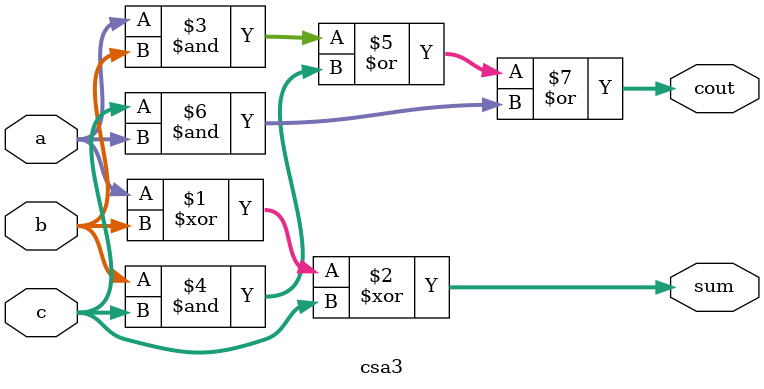
<source format=v>
module csa3 #(parameter W = 24) (
    input wire [W-1:0] a,
    input wire [W-1:0] b,
    input wire [W-1:0] c,
    output wire [W-1:0] sum,
    output wire [W-1:0] cout
);

    
    assign sum = a ^ b ^ c;
    
  
    assign cout = (a & b) | (b & c) | (c & a);

endmodule
</source>
